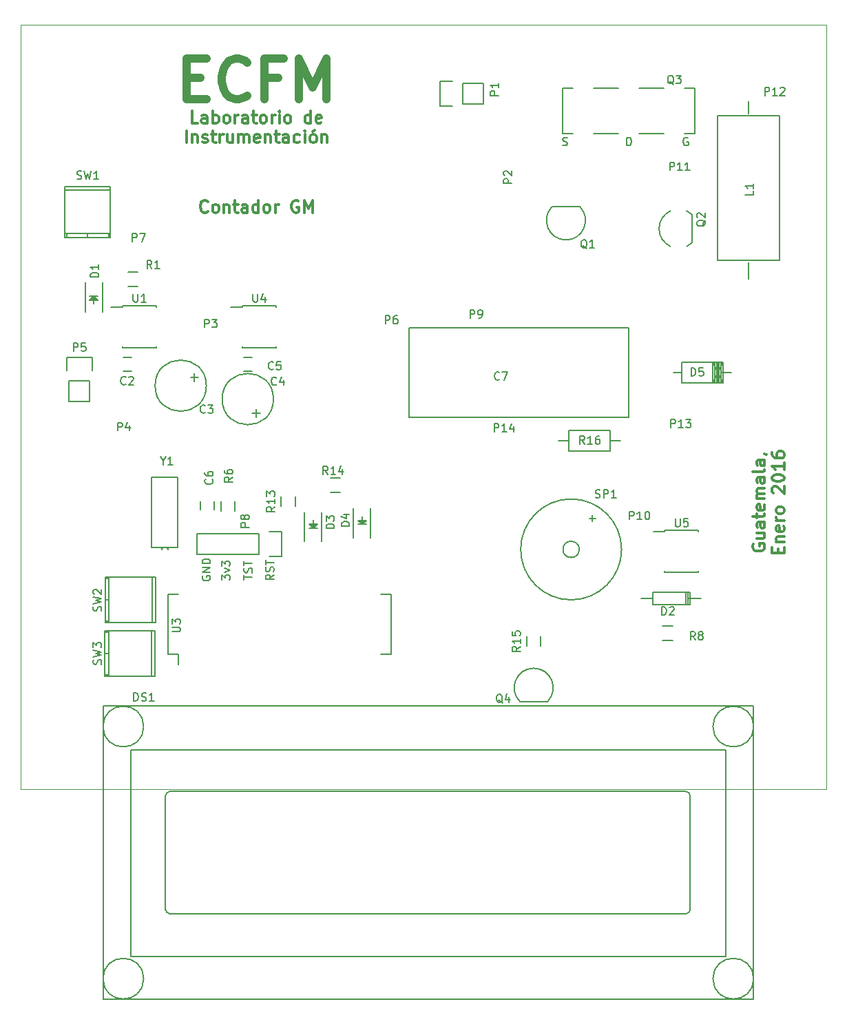
<source format=gto>
%TF.GenerationSoftware,KiCad,Pcbnew,4.0.0-rc2-stable*%
%TF.CreationDate,2016-01-15T11:30:49-06:00*%
%TF.ProjectId,GMCounter,474D436F756E7465722E6B696361645F,rev?*%
%TF.FileFunction,Legend,Top*%
%FSLAX46Y46*%
G04 Gerber Fmt 4.6, Leading zero omitted, Abs format (unit mm)*
G04 Created by KiCad (PCBNEW 4.0.0-rc2-stable) date 15/01/2016 11:30:49*
%MOMM*%
G01*
G04 APERTURE LIST*
%ADD10C,0.100000*%
%ADD11C,0.300000*%
%ADD12C,1.000000*%
%ADD13C,0.200000*%
%ADD14C,0.150000*%
G04 APERTURE END LIST*
D10*
D11*
X76804000Y-65813714D02*
X76732571Y-65885143D01*
X76518285Y-65956571D01*
X76375428Y-65956571D01*
X76161143Y-65885143D01*
X76018285Y-65742286D01*
X75946857Y-65599429D01*
X75875428Y-65313714D01*
X75875428Y-65099429D01*
X75946857Y-64813714D01*
X76018285Y-64670857D01*
X76161143Y-64528000D01*
X76375428Y-64456571D01*
X76518285Y-64456571D01*
X76732571Y-64528000D01*
X76804000Y-64599429D01*
X77661143Y-65956571D02*
X77518285Y-65885143D01*
X77446857Y-65813714D01*
X77375428Y-65670857D01*
X77375428Y-65242286D01*
X77446857Y-65099429D01*
X77518285Y-65028000D01*
X77661143Y-64956571D01*
X77875428Y-64956571D01*
X78018285Y-65028000D01*
X78089714Y-65099429D01*
X78161143Y-65242286D01*
X78161143Y-65670857D01*
X78089714Y-65813714D01*
X78018285Y-65885143D01*
X77875428Y-65956571D01*
X77661143Y-65956571D01*
X78804000Y-64956571D02*
X78804000Y-65956571D01*
X78804000Y-65099429D02*
X78875428Y-65028000D01*
X79018286Y-64956571D01*
X79232571Y-64956571D01*
X79375428Y-65028000D01*
X79446857Y-65170857D01*
X79446857Y-65956571D01*
X79946857Y-64956571D02*
X80518286Y-64956571D01*
X80161143Y-64456571D02*
X80161143Y-65742286D01*
X80232571Y-65885143D01*
X80375429Y-65956571D01*
X80518286Y-65956571D01*
X81661143Y-65956571D02*
X81661143Y-65170857D01*
X81589714Y-65028000D01*
X81446857Y-64956571D01*
X81161143Y-64956571D01*
X81018286Y-65028000D01*
X81661143Y-65885143D02*
X81518286Y-65956571D01*
X81161143Y-65956571D01*
X81018286Y-65885143D01*
X80946857Y-65742286D01*
X80946857Y-65599429D01*
X81018286Y-65456571D01*
X81161143Y-65385143D01*
X81518286Y-65385143D01*
X81661143Y-65313714D01*
X83018286Y-65956571D02*
X83018286Y-64456571D01*
X83018286Y-65885143D02*
X82875429Y-65956571D01*
X82589715Y-65956571D01*
X82446857Y-65885143D01*
X82375429Y-65813714D01*
X82304000Y-65670857D01*
X82304000Y-65242286D01*
X82375429Y-65099429D01*
X82446857Y-65028000D01*
X82589715Y-64956571D01*
X82875429Y-64956571D01*
X83018286Y-65028000D01*
X83946858Y-65956571D02*
X83804000Y-65885143D01*
X83732572Y-65813714D01*
X83661143Y-65670857D01*
X83661143Y-65242286D01*
X83732572Y-65099429D01*
X83804000Y-65028000D01*
X83946858Y-64956571D01*
X84161143Y-64956571D01*
X84304000Y-65028000D01*
X84375429Y-65099429D01*
X84446858Y-65242286D01*
X84446858Y-65670857D01*
X84375429Y-65813714D01*
X84304000Y-65885143D01*
X84161143Y-65956571D01*
X83946858Y-65956571D01*
X85089715Y-65956571D02*
X85089715Y-64956571D01*
X85089715Y-65242286D02*
X85161143Y-65099429D01*
X85232572Y-65028000D01*
X85375429Y-64956571D01*
X85518286Y-64956571D01*
X87946857Y-64528000D02*
X87804000Y-64456571D01*
X87589714Y-64456571D01*
X87375429Y-64528000D01*
X87232571Y-64670857D01*
X87161143Y-64813714D01*
X87089714Y-65099429D01*
X87089714Y-65313714D01*
X87161143Y-65599429D01*
X87232571Y-65742286D01*
X87375429Y-65885143D01*
X87589714Y-65956571D01*
X87732571Y-65956571D01*
X87946857Y-65885143D01*
X88018286Y-65813714D01*
X88018286Y-65313714D01*
X87732571Y-65313714D01*
X88661143Y-65956571D02*
X88661143Y-64456571D01*
X89161143Y-65528000D01*
X89661143Y-64456571D01*
X89661143Y-65956571D01*
X143846000Y-106742857D02*
X143774571Y-106885714D01*
X143774571Y-107100000D01*
X143846000Y-107314285D01*
X143988857Y-107457143D01*
X144131714Y-107528571D01*
X144417429Y-107600000D01*
X144631714Y-107600000D01*
X144917429Y-107528571D01*
X145060286Y-107457143D01*
X145203143Y-107314285D01*
X145274571Y-107100000D01*
X145274571Y-106957143D01*
X145203143Y-106742857D01*
X145131714Y-106671428D01*
X144631714Y-106671428D01*
X144631714Y-106957143D01*
X144274571Y-105385714D02*
X145274571Y-105385714D01*
X144274571Y-106028571D02*
X145060286Y-106028571D01*
X145203143Y-105957143D01*
X145274571Y-105814285D01*
X145274571Y-105600000D01*
X145203143Y-105457143D01*
X145131714Y-105385714D01*
X145274571Y-104028571D02*
X144488857Y-104028571D01*
X144346000Y-104100000D01*
X144274571Y-104242857D01*
X144274571Y-104528571D01*
X144346000Y-104671428D01*
X145203143Y-104028571D02*
X145274571Y-104171428D01*
X145274571Y-104528571D01*
X145203143Y-104671428D01*
X145060286Y-104742857D01*
X144917429Y-104742857D01*
X144774571Y-104671428D01*
X144703143Y-104528571D01*
X144703143Y-104171428D01*
X144631714Y-104028571D01*
X144274571Y-103528571D02*
X144274571Y-102957142D01*
X143774571Y-103314285D02*
X145060286Y-103314285D01*
X145203143Y-103242857D01*
X145274571Y-103099999D01*
X145274571Y-102957142D01*
X145203143Y-101885714D02*
X145274571Y-102028571D01*
X145274571Y-102314285D01*
X145203143Y-102457142D01*
X145060286Y-102528571D01*
X144488857Y-102528571D01*
X144346000Y-102457142D01*
X144274571Y-102314285D01*
X144274571Y-102028571D01*
X144346000Y-101885714D01*
X144488857Y-101814285D01*
X144631714Y-101814285D01*
X144774571Y-102528571D01*
X145274571Y-101171428D02*
X144274571Y-101171428D01*
X144417429Y-101171428D02*
X144346000Y-101100000D01*
X144274571Y-100957142D01*
X144274571Y-100742857D01*
X144346000Y-100600000D01*
X144488857Y-100528571D01*
X145274571Y-100528571D01*
X144488857Y-100528571D02*
X144346000Y-100457142D01*
X144274571Y-100314285D01*
X144274571Y-100100000D01*
X144346000Y-99957142D01*
X144488857Y-99885714D01*
X145274571Y-99885714D01*
X145274571Y-98528571D02*
X144488857Y-98528571D01*
X144346000Y-98600000D01*
X144274571Y-98742857D01*
X144274571Y-99028571D01*
X144346000Y-99171428D01*
X145203143Y-98528571D02*
X145274571Y-98671428D01*
X145274571Y-99028571D01*
X145203143Y-99171428D01*
X145060286Y-99242857D01*
X144917429Y-99242857D01*
X144774571Y-99171428D01*
X144703143Y-99028571D01*
X144703143Y-98671428D01*
X144631714Y-98528571D01*
X145274571Y-97599999D02*
X145203143Y-97742857D01*
X145060286Y-97814285D01*
X143774571Y-97814285D01*
X145274571Y-96385714D02*
X144488857Y-96385714D01*
X144346000Y-96457143D01*
X144274571Y-96600000D01*
X144274571Y-96885714D01*
X144346000Y-97028571D01*
X145203143Y-96385714D02*
X145274571Y-96528571D01*
X145274571Y-96885714D01*
X145203143Y-97028571D01*
X145060286Y-97100000D01*
X144917429Y-97100000D01*
X144774571Y-97028571D01*
X144703143Y-96885714D01*
X144703143Y-96528571D01*
X144631714Y-96385714D01*
X145203143Y-95600000D02*
X145274571Y-95600000D01*
X145417429Y-95671428D01*
X145488857Y-95742857D01*
X146888857Y-107814284D02*
X146888857Y-107314284D01*
X147674571Y-107099998D02*
X147674571Y-107814284D01*
X146174571Y-107814284D01*
X146174571Y-107099998D01*
X146674571Y-106457141D02*
X147674571Y-106457141D01*
X146817429Y-106457141D02*
X146746000Y-106385713D01*
X146674571Y-106242855D01*
X146674571Y-106028570D01*
X146746000Y-105885713D01*
X146888857Y-105814284D01*
X147674571Y-105814284D01*
X147603143Y-104528570D02*
X147674571Y-104671427D01*
X147674571Y-104957141D01*
X147603143Y-105099998D01*
X147460286Y-105171427D01*
X146888857Y-105171427D01*
X146746000Y-105099998D01*
X146674571Y-104957141D01*
X146674571Y-104671427D01*
X146746000Y-104528570D01*
X146888857Y-104457141D01*
X147031714Y-104457141D01*
X147174571Y-105171427D01*
X147674571Y-103814284D02*
X146674571Y-103814284D01*
X146960286Y-103814284D02*
X146817429Y-103742856D01*
X146746000Y-103671427D01*
X146674571Y-103528570D01*
X146674571Y-103385713D01*
X147674571Y-102671427D02*
X147603143Y-102814285D01*
X147531714Y-102885713D01*
X147388857Y-102957142D01*
X146960286Y-102957142D01*
X146817429Y-102885713D01*
X146746000Y-102814285D01*
X146674571Y-102671427D01*
X146674571Y-102457142D01*
X146746000Y-102314285D01*
X146817429Y-102242856D01*
X146960286Y-102171427D01*
X147388857Y-102171427D01*
X147531714Y-102242856D01*
X147603143Y-102314285D01*
X147674571Y-102457142D01*
X147674571Y-102671427D01*
X146317429Y-100457142D02*
X146246000Y-100385713D01*
X146174571Y-100242856D01*
X146174571Y-99885713D01*
X146246000Y-99742856D01*
X146317429Y-99671427D01*
X146460286Y-99599999D01*
X146603143Y-99599999D01*
X146817429Y-99671427D01*
X147674571Y-100528570D01*
X147674571Y-99599999D01*
X146174571Y-98671428D02*
X146174571Y-98528571D01*
X146246000Y-98385714D01*
X146317429Y-98314285D01*
X146460286Y-98242856D01*
X146746000Y-98171428D01*
X147103143Y-98171428D01*
X147388857Y-98242856D01*
X147531714Y-98314285D01*
X147603143Y-98385714D01*
X147674571Y-98528571D01*
X147674571Y-98671428D01*
X147603143Y-98814285D01*
X147531714Y-98885714D01*
X147388857Y-98957142D01*
X147103143Y-99028571D01*
X146746000Y-99028571D01*
X146460286Y-98957142D01*
X146317429Y-98885714D01*
X146246000Y-98814285D01*
X146174571Y-98671428D01*
X147674571Y-96742857D02*
X147674571Y-97600000D01*
X147674571Y-97171428D02*
X146174571Y-97171428D01*
X146388857Y-97314285D01*
X146531714Y-97457143D01*
X146603143Y-97600000D01*
X146174571Y-95457143D02*
X146174571Y-95742857D01*
X146246000Y-95885714D01*
X146317429Y-95957143D01*
X146531714Y-96100000D01*
X146817429Y-96171429D01*
X147388857Y-96171429D01*
X147531714Y-96100000D01*
X147603143Y-96028572D01*
X147674571Y-95885714D01*
X147674571Y-95600000D01*
X147603143Y-95457143D01*
X147531714Y-95385714D01*
X147388857Y-95314286D01*
X147031714Y-95314286D01*
X146888857Y-95385714D01*
X146817429Y-95457143D01*
X146746000Y-95600000D01*
X146746000Y-95885714D01*
X146817429Y-96028572D01*
X146888857Y-96100000D01*
X147031714Y-96171429D01*
X75589715Y-54977571D02*
X74875429Y-54977571D01*
X74875429Y-53477571D01*
X76732572Y-54977571D02*
X76732572Y-54191857D01*
X76661143Y-54049000D01*
X76518286Y-53977571D01*
X76232572Y-53977571D01*
X76089715Y-54049000D01*
X76732572Y-54906143D02*
X76589715Y-54977571D01*
X76232572Y-54977571D01*
X76089715Y-54906143D01*
X76018286Y-54763286D01*
X76018286Y-54620429D01*
X76089715Y-54477571D01*
X76232572Y-54406143D01*
X76589715Y-54406143D01*
X76732572Y-54334714D01*
X77446858Y-54977571D02*
X77446858Y-53477571D01*
X77446858Y-54049000D02*
X77589715Y-53977571D01*
X77875429Y-53977571D01*
X78018286Y-54049000D01*
X78089715Y-54120429D01*
X78161144Y-54263286D01*
X78161144Y-54691857D01*
X78089715Y-54834714D01*
X78018286Y-54906143D01*
X77875429Y-54977571D01*
X77589715Y-54977571D01*
X77446858Y-54906143D01*
X79018287Y-54977571D02*
X78875429Y-54906143D01*
X78804001Y-54834714D01*
X78732572Y-54691857D01*
X78732572Y-54263286D01*
X78804001Y-54120429D01*
X78875429Y-54049000D01*
X79018287Y-53977571D01*
X79232572Y-53977571D01*
X79375429Y-54049000D01*
X79446858Y-54120429D01*
X79518287Y-54263286D01*
X79518287Y-54691857D01*
X79446858Y-54834714D01*
X79375429Y-54906143D01*
X79232572Y-54977571D01*
X79018287Y-54977571D01*
X80161144Y-54977571D02*
X80161144Y-53977571D01*
X80161144Y-54263286D02*
X80232572Y-54120429D01*
X80304001Y-54049000D01*
X80446858Y-53977571D01*
X80589715Y-53977571D01*
X81732572Y-54977571D02*
X81732572Y-54191857D01*
X81661143Y-54049000D01*
X81518286Y-53977571D01*
X81232572Y-53977571D01*
X81089715Y-54049000D01*
X81732572Y-54906143D02*
X81589715Y-54977571D01*
X81232572Y-54977571D01*
X81089715Y-54906143D01*
X81018286Y-54763286D01*
X81018286Y-54620429D01*
X81089715Y-54477571D01*
X81232572Y-54406143D01*
X81589715Y-54406143D01*
X81732572Y-54334714D01*
X82232572Y-53977571D02*
X82804001Y-53977571D01*
X82446858Y-53477571D02*
X82446858Y-54763286D01*
X82518286Y-54906143D01*
X82661144Y-54977571D01*
X82804001Y-54977571D01*
X83518287Y-54977571D02*
X83375429Y-54906143D01*
X83304001Y-54834714D01*
X83232572Y-54691857D01*
X83232572Y-54263286D01*
X83304001Y-54120429D01*
X83375429Y-54049000D01*
X83518287Y-53977571D01*
X83732572Y-53977571D01*
X83875429Y-54049000D01*
X83946858Y-54120429D01*
X84018287Y-54263286D01*
X84018287Y-54691857D01*
X83946858Y-54834714D01*
X83875429Y-54906143D01*
X83732572Y-54977571D01*
X83518287Y-54977571D01*
X84661144Y-54977571D02*
X84661144Y-53977571D01*
X84661144Y-54263286D02*
X84732572Y-54120429D01*
X84804001Y-54049000D01*
X84946858Y-53977571D01*
X85089715Y-53977571D01*
X85589715Y-54977571D02*
X85589715Y-53977571D01*
X85589715Y-53477571D02*
X85518286Y-53549000D01*
X85589715Y-53620429D01*
X85661143Y-53549000D01*
X85589715Y-53477571D01*
X85589715Y-53620429D01*
X86518287Y-54977571D02*
X86375429Y-54906143D01*
X86304001Y-54834714D01*
X86232572Y-54691857D01*
X86232572Y-54263286D01*
X86304001Y-54120429D01*
X86375429Y-54049000D01*
X86518287Y-53977571D01*
X86732572Y-53977571D01*
X86875429Y-54049000D01*
X86946858Y-54120429D01*
X87018287Y-54263286D01*
X87018287Y-54691857D01*
X86946858Y-54834714D01*
X86875429Y-54906143D01*
X86732572Y-54977571D01*
X86518287Y-54977571D01*
X89446858Y-54977571D02*
X89446858Y-53477571D01*
X89446858Y-54906143D02*
X89304001Y-54977571D01*
X89018287Y-54977571D01*
X88875429Y-54906143D01*
X88804001Y-54834714D01*
X88732572Y-54691857D01*
X88732572Y-54263286D01*
X88804001Y-54120429D01*
X88875429Y-54049000D01*
X89018287Y-53977571D01*
X89304001Y-53977571D01*
X89446858Y-54049000D01*
X90732572Y-54906143D02*
X90589715Y-54977571D01*
X90304001Y-54977571D01*
X90161144Y-54906143D01*
X90089715Y-54763286D01*
X90089715Y-54191857D01*
X90161144Y-54049000D01*
X90304001Y-53977571D01*
X90589715Y-53977571D01*
X90732572Y-54049000D01*
X90804001Y-54191857D01*
X90804001Y-54334714D01*
X90089715Y-54477571D01*
X74161143Y-57377571D02*
X74161143Y-55877571D01*
X74875429Y-56377571D02*
X74875429Y-57377571D01*
X74875429Y-56520429D02*
X74946857Y-56449000D01*
X75089715Y-56377571D01*
X75304000Y-56377571D01*
X75446857Y-56449000D01*
X75518286Y-56591857D01*
X75518286Y-57377571D01*
X76161143Y-57306143D02*
X76304000Y-57377571D01*
X76589715Y-57377571D01*
X76732572Y-57306143D01*
X76804000Y-57163286D01*
X76804000Y-57091857D01*
X76732572Y-56949000D01*
X76589715Y-56877571D01*
X76375429Y-56877571D01*
X76232572Y-56806143D01*
X76161143Y-56663286D01*
X76161143Y-56591857D01*
X76232572Y-56449000D01*
X76375429Y-56377571D01*
X76589715Y-56377571D01*
X76732572Y-56449000D01*
X77232572Y-56377571D02*
X77804001Y-56377571D01*
X77446858Y-55877571D02*
X77446858Y-57163286D01*
X77518286Y-57306143D01*
X77661144Y-57377571D01*
X77804001Y-57377571D01*
X78304001Y-57377571D02*
X78304001Y-56377571D01*
X78304001Y-56663286D02*
X78375429Y-56520429D01*
X78446858Y-56449000D01*
X78589715Y-56377571D01*
X78732572Y-56377571D01*
X79875429Y-56377571D02*
X79875429Y-57377571D01*
X79232572Y-56377571D02*
X79232572Y-57163286D01*
X79304000Y-57306143D01*
X79446858Y-57377571D01*
X79661143Y-57377571D01*
X79804000Y-57306143D01*
X79875429Y-57234714D01*
X80589715Y-57377571D02*
X80589715Y-56377571D01*
X80589715Y-56520429D02*
X80661143Y-56449000D01*
X80804001Y-56377571D01*
X81018286Y-56377571D01*
X81161143Y-56449000D01*
X81232572Y-56591857D01*
X81232572Y-57377571D01*
X81232572Y-56591857D02*
X81304001Y-56449000D01*
X81446858Y-56377571D01*
X81661143Y-56377571D01*
X81804001Y-56449000D01*
X81875429Y-56591857D01*
X81875429Y-57377571D01*
X83161143Y-57306143D02*
X83018286Y-57377571D01*
X82732572Y-57377571D01*
X82589715Y-57306143D01*
X82518286Y-57163286D01*
X82518286Y-56591857D01*
X82589715Y-56449000D01*
X82732572Y-56377571D01*
X83018286Y-56377571D01*
X83161143Y-56449000D01*
X83232572Y-56591857D01*
X83232572Y-56734714D01*
X82518286Y-56877571D01*
X83875429Y-56377571D02*
X83875429Y-57377571D01*
X83875429Y-56520429D02*
X83946857Y-56449000D01*
X84089715Y-56377571D01*
X84304000Y-56377571D01*
X84446857Y-56449000D01*
X84518286Y-56591857D01*
X84518286Y-57377571D01*
X85018286Y-56377571D02*
X85589715Y-56377571D01*
X85232572Y-55877571D02*
X85232572Y-57163286D01*
X85304000Y-57306143D01*
X85446858Y-57377571D01*
X85589715Y-57377571D01*
X86732572Y-57377571D02*
X86732572Y-56591857D01*
X86661143Y-56449000D01*
X86518286Y-56377571D01*
X86232572Y-56377571D01*
X86089715Y-56449000D01*
X86732572Y-57306143D02*
X86589715Y-57377571D01*
X86232572Y-57377571D01*
X86089715Y-57306143D01*
X86018286Y-57163286D01*
X86018286Y-57020429D01*
X86089715Y-56877571D01*
X86232572Y-56806143D01*
X86589715Y-56806143D01*
X86732572Y-56734714D01*
X88089715Y-57306143D02*
X87946858Y-57377571D01*
X87661144Y-57377571D01*
X87518286Y-57306143D01*
X87446858Y-57234714D01*
X87375429Y-57091857D01*
X87375429Y-56663286D01*
X87446858Y-56520429D01*
X87518286Y-56449000D01*
X87661144Y-56377571D01*
X87946858Y-56377571D01*
X88089715Y-56449000D01*
X88732572Y-57377571D02*
X88732572Y-56377571D01*
X88732572Y-55877571D02*
X88661143Y-55949000D01*
X88732572Y-56020429D01*
X88804000Y-55949000D01*
X88732572Y-55877571D01*
X88732572Y-56020429D01*
X89661144Y-57377571D02*
X89518286Y-57306143D01*
X89446858Y-57234714D01*
X89375429Y-57091857D01*
X89375429Y-56663286D01*
X89446858Y-56520429D01*
X89518286Y-56449000D01*
X89661144Y-56377571D01*
X89875429Y-56377571D01*
X90018286Y-56449000D01*
X90089715Y-56520429D01*
X90161144Y-56663286D01*
X90161144Y-57091857D01*
X90089715Y-57234714D01*
X90018286Y-57306143D01*
X89875429Y-57377571D01*
X89661144Y-57377571D01*
X89946858Y-55806143D02*
X89732572Y-56020429D01*
X90804001Y-56377571D02*
X90804001Y-57377571D01*
X90804001Y-56520429D02*
X90875429Y-56449000D01*
X91018287Y-56377571D01*
X91232572Y-56377571D01*
X91375429Y-56449000D01*
X91446858Y-56591857D01*
X91446858Y-57377571D01*
D12*
X74232571Y-49426857D02*
X75899238Y-49426857D01*
X76613524Y-52045905D02*
X74232571Y-52045905D01*
X74232571Y-47045905D01*
X76613524Y-47045905D01*
X81613524Y-51569714D02*
X81375429Y-51807810D01*
X80661143Y-52045905D01*
X80184953Y-52045905D01*
X79470667Y-51807810D01*
X78994476Y-51331619D01*
X78756381Y-50855429D01*
X78518286Y-49903048D01*
X78518286Y-49188762D01*
X78756381Y-48236381D01*
X78994476Y-47760190D01*
X79470667Y-47284000D01*
X80184953Y-47045905D01*
X80661143Y-47045905D01*
X81375429Y-47284000D01*
X81613524Y-47522095D01*
X85423048Y-49426857D02*
X83756381Y-49426857D01*
X83756381Y-52045905D02*
X83756381Y-47045905D01*
X86137334Y-47045905D01*
X88042095Y-52045905D02*
X88042095Y-47045905D01*
X89708762Y-50617333D01*
X91375429Y-47045905D01*
X91375429Y-52045905D01*
D13*
X76167598Y-110646886D02*
X76119979Y-110742124D01*
X76119979Y-110884981D01*
X76167598Y-111027839D01*
X76262836Y-111123077D01*
X76358074Y-111170696D01*
X76548550Y-111218315D01*
X76691408Y-111218315D01*
X76881884Y-111170696D01*
X76977122Y-111123077D01*
X77072360Y-111027839D01*
X77119979Y-110884981D01*
X77119979Y-110789743D01*
X77072360Y-110646886D01*
X77024741Y-110599267D01*
X76691408Y-110599267D01*
X76691408Y-110789743D01*
X77119979Y-110170696D02*
X76119979Y-110170696D01*
X77119979Y-109599267D01*
X76119979Y-109599267D01*
X77119979Y-109123077D02*
X76119979Y-109123077D01*
X76119979Y-108884982D01*
X76167598Y-108742124D01*
X76262836Y-108646886D01*
X76358074Y-108599267D01*
X76548550Y-108551648D01*
X76691408Y-108551648D01*
X76881884Y-108599267D01*
X76977122Y-108646886D01*
X77072360Y-108742124D01*
X77119979Y-108884982D01*
X77119979Y-109123077D01*
X78532979Y-111138958D02*
X78532979Y-110519910D01*
X78913931Y-110853244D01*
X78913931Y-110710386D01*
X78961550Y-110615148D01*
X79009169Y-110567529D01*
X79104408Y-110519910D01*
X79342503Y-110519910D01*
X79437741Y-110567529D01*
X79485360Y-110615148D01*
X79532979Y-110710386D01*
X79532979Y-110996101D01*
X79485360Y-111091339D01*
X79437741Y-111138958D01*
X78866312Y-110186577D02*
X79532979Y-109948482D01*
X78866312Y-109710386D01*
X78532979Y-109424672D02*
X78532979Y-108805624D01*
X78913931Y-109138958D01*
X78913931Y-108996100D01*
X78961550Y-108900862D01*
X79009169Y-108853243D01*
X79104408Y-108805624D01*
X79342503Y-108805624D01*
X79437741Y-108853243D01*
X79485360Y-108900862D01*
X79532979Y-108996100D01*
X79532979Y-109281815D01*
X79485360Y-109377053D01*
X79437741Y-109424672D01*
X81263479Y-111091339D02*
X81263479Y-110519910D01*
X82263479Y-110805625D02*
X81263479Y-110805625D01*
X82215860Y-110234196D02*
X82263479Y-110091339D01*
X82263479Y-109853243D01*
X82215860Y-109758005D01*
X82168241Y-109710386D01*
X82073003Y-109662767D01*
X81977765Y-109662767D01*
X81882527Y-109710386D01*
X81834908Y-109758005D01*
X81787288Y-109853243D01*
X81739669Y-110043720D01*
X81692050Y-110138958D01*
X81644431Y-110186577D01*
X81549193Y-110234196D01*
X81453955Y-110234196D01*
X81358717Y-110186577D01*
X81311098Y-110138958D01*
X81263479Y-110043720D01*
X81263479Y-109805624D01*
X81311098Y-109662767D01*
X81263479Y-109377053D02*
X81263479Y-108805624D01*
X82263479Y-109091339D02*
X81263479Y-109091339D01*
X84930479Y-110496101D02*
X84454288Y-110829435D01*
X84930479Y-111067530D02*
X83930479Y-111067530D01*
X83930479Y-110686577D01*
X83978098Y-110591339D01*
X84025717Y-110543720D01*
X84120955Y-110496101D01*
X84263812Y-110496101D01*
X84359050Y-110543720D01*
X84406669Y-110591339D01*
X84454288Y-110686577D01*
X84454288Y-111067530D01*
X84882860Y-110115149D02*
X84930479Y-109972292D01*
X84930479Y-109734196D01*
X84882860Y-109638958D01*
X84835241Y-109591339D01*
X84740003Y-109543720D01*
X84644765Y-109543720D01*
X84549527Y-109591339D01*
X84501908Y-109638958D01*
X84454288Y-109734196D01*
X84406669Y-109924673D01*
X84359050Y-110019911D01*
X84311431Y-110067530D01*
X84216193Y-110115149D01*
X84120955Y-110115149D01*
X84025717Y-110067530D01*
X83978098Y-110019911D01*
X83930479Y-109924673D01*
X83930479Y-109686577D01*
X83978098Y-109543720D01*
X83930479Y-109258006D02*
X83930479Y-108686577D01*
X84930479Y-108972292D02*
X83930479Y-108972292D01*
X120427786Y-57681762D02*
X120570643Y-57729381D01*
X120808739Y-57729381D01*
X120903977Y-57681762D01*
X120951596Y-57634143D01*
X120999215Y-57538905D01*
X120999215Y-57443667D01*
X120951596Y-57348429D01*
X120903977Y-57300810D01*
X120808739Y-57253190D01*
X120618262Y-57205571D01*
X120523024Y-57157952D01*
X120475405Y-57110333D01*
X120427786Y-57015095D01*
X120427786Y-56919857D01*
X120475405Y-56824619D01*
X120523024Y-56777000D01*
X120618262Y-56729381D01*
X120856358Y-56729381D01*
X120999215Y-56777000D01*
X128325595Y-57729381D02*
X128325595Y-56729381D01*
X128563690Y-56729381D01*
X128706548Y-56777000D01*
X128801786Y-56872238D01*
X128849405Y-56967476D01*
X128897024Y-57157952D01*
X128897024Y-57300810D01*
X128849405Y-57491286D01*
X128801786Y-57586524D01*
X128706548Y-57681762D01*
X128563690Y-57729381D01*
X128325595Y-57729381D01*
X135834405Y-56777000D02*
X135739167Y-56729381D01*
X135596310Y-56729381D01*
X135453452Y-56777000D01*
X135358214Y-56872238D01*
X135310595Y-56967476D01*
X135262976Y-57157952D01*
X135262976Y-57300810D01*
X135310595Y-57491286D01*
X135358214Y-57586524D01*
X135453452Y-57681762D01*
X135596310Y-57729381D01*
X135691548Y-57729381D01*
X135834405Y-57681762D01*
X135882024Y-57634143D01*
X135882024Y-57300810D01*
X135691548Y-57300810D01*
D10*
X152844500Y-42862500D02*
X152844500Y-136842500D01*
X53784500Y-42862500D02*
X152844500Y-42862500D01*
X53784500Y-136842500D02*
X53784500Y-42862500D01*
X152844500Y-136842500D02*
X53784500Y-136842500D01*
D14*
X75669140Y-86248240D02*
X74668380Y-86248240D01*
X75168760Y-85747860D02*
X75168760Y-86748620D01*
X76619100Y-87249000D02*
G75*
G03X76619100Y-87249000I-3149600J0D01*
G01*
X82725260Y-91099640D02*
X82725260Y-90098880D01*
X83225640Y-90599260D02*
X82224880Y-90599260D01*
X84874100Y-88900000D02*
G75*
G03X84874100Y-88900000I-3149600J0D01*
G01*
X128547500Y-91098000D02*
X101547500Y-91098000D01*
X101547500Y-91098000D02*
X101547500Y-80098000D01*
X101547500Y-80098000D02*
X128547500Y-80098000D01*
X128547500Y-80098000D02*
X128547500Y-91098000D01*
X61751500Y-74558000D02*
X61751500Y-78158000D01*
X63851500Y-74558000D02*
X63851500Y-78158000D01*
X63101500Y-76608000D02*
X62501500Y-76608000D01*
X62501500Y-76608000D02*
X62801500Y-76308000D01*
X62801500Y-76308000D02*
X63001500Y-76508000D01*
X63001500Y-76508000D02*
X62751500Y-76508000D01*
X62751500Y-76508000D02*
X62801500Y-76458000D01*
X63301500Y-76208000D02*
X62301500Y-76208000D01*
X62801500Y-76708000D02*
X62801500Y-77208000D01*
X62801500Y-76208000D02*
X63301500Y-76708000D01*
X63301500Y-76708000D02*
X62301500Y-76708000D01*
X62301500Y-76708000D02*
X62801500Y-76208000D01*
X131508500Y-113411000D02*
X130111500Y-113411000D01*
X135953500Y-113411000D02*
X137477500Y-113411000D01*
X135572500Y-114173000D02*
X135572500Y-112649000D01*
X135826500Y-114173000D02*
X135826500Y-112649000D01*
X136080500Y-113411000D02*
X136080500Y-112649000D01*
X136080500Y-112649000D02*
X131508500Y-112649000D01*
X131508500Y-112649000D02*
X131508500Y-114173000D01*
X131508500Y-114173000D02*
X136080500Y-114173000D01*
X136080500Y-114173000D02*
X136080500Y-113411000D01*
X90798598Y-106406342D02*
X90798598Y-102806342D01*
X88698598Y-106406342D02*
X88698598Y-102806342D01*
X89448598Y-104356342D02*
X90048598Y-104356342D01*
X90048598Y-104356342D02*
X89748598Y-104656342D01*
X89748598Y-104656342D02*
X89548598Y-104456342D01*
X89548598Y-104456342D02*
X89798598Y-104456342D01*
X89798598Y-104456342D02*
X89748598Y-104506342D01*
X89248598Y-104756342D02*
X90248598Y-104756342D01*
X89748598Y-104256342D02*
X89748598Y-103756342D01*
X89748598Y-104756342D02*
X89248598Y-104256342D01*
X89248598Y-104256342D02*
X90248598Y-104256342D01*
X90248598Y-104256342D02*
X89748598Y-104756342D01*
X96808000Y-105949640D02*
X96808000Y-102349640D01*
X94708000Y-105949640D02*
X94708000Y-102349640D01*
X95458000Y-103899640D02*
X96058000Y-103899640D01*
X96058000Y-103899640D02*
X95758000Y-104199640D01*
X95758000Y-104199640D02*
X95558000Y-103999640D01*
X95558000Y-103999640D02*
X95808000Y-103999640D01*
X95808000Y-103999640D02*
X95758000Y-104049640D01*
X95258000Y-104299640D02*
X96258000Y-104299640D01*
X95758000Y-103799640D02*
X95758000Y-103299640D01*
X95758000Y-104299640D02*
X95258000Y-103799640D01*
X95258000Y-103799640D02*
X96258000Y-103799640D01*
X96258000Y-103799640D02*
X95758000Y-104299640D01*
X135064500Y-85598000D02*
X134048500Y-85598000D01*
X139890500Y-85598000D02*
X141160500Y-85598000D01*
X139636500Y-86868000D02*
X139636500Y-84328000D01*
X139382500Y-86868000D02*
X139382500Y-84328000D01*
X139128500Y-86868000D02*
X139128500Y-84328000D01*
X139890500Y-86868000D02*
X139890500Y-84328000D01*
X138874500Y-86868000D02*
X140144500Y-84328000D01*
X140144500Y-86868000D02*
X138874500Y-84328000D01*
X138874500Y-86868000D02*
X138874500Y-84328000D01*
X139509500Y-86868000D02*
X139509500Y-84328000D01*
X140144500Y-84328000D02*
X140144500Y-86868000D01*
X140144500Y-86868000D02*
X135064500Y-86868000D01*
X135064500Y-86868000D02*
X135064500Y-84328000D01*
X135064500Y-84328000D02*
X140144500Y-84328000D01*
X72116746Y-137156404D02*
X135616746Y-137156404D01*
X71616366Y-151654724D02*
X71616366Y-137654244D01*
X135616746Y-152155104D02*
X72116746Y-152155104D01*
X136117126Y-137654244D02*
X136117126Y-151654724D01*
X136114586Y-137654244D02*
G75*
G03X135616746Y-137156404I-497840J0D01*
G01*
X135616746Y-152155104D02*
G75*
G03X136117126Y-151654724I0J500380D01*
G01*
X71616366Y-151654724D02*
G75*
G03X72116746Y-152155104I500380J0D01*
G01*
X72116746Y-137153864D02*
G75*
G03X71616366Y-137654244I0J-500380D01*
G01*
X67316146Y-132056084D02*
X140516406Y-132056084D01*
X140516406Y-132056084D02*
X140516406Y-157456084D01*
X140516406Y-157456084D02*
X67316146Y-157456084D01*
X67316146Y-157456084D02*
X67316146Y-132056084D01*
X143914926Y-129155404D02*
G75*
G03X143914926Y-129155404I-2499360J0D01*
G01*
X143914926Y-160156104D02*
G75*
G03X143914926Y-160156104I-2499360J0D01*
G01*
X68918886Y-160156104D02*
G75*
G03X68918886Y-160156104I-2501900J0D01*
G01*
X68916346Y-129155404D02*
G75*
G03X68916346Y-129155404I-2499360J0D01*
G01*
X63915086Y-126656044D02*
X143914926Y-126656044D01*
X143914926Y-126656044D02*
X143914926Y-162655464D01*
X143914926Y-162655464D02*
X63915086Y-162655464D01*
X63915086Y-162655464D02*
X63915086Y-126656044D01*
X143319500Y-72062340D02*
X143319500Y-74094340D01*
X143319500Y-53774340D02*
X143319500Y-52250340D01*
X139509500Y-71808340D02*
X147129500Y-71808340D01*
X147129500Y-71808340D02*
X147129500Y-54028340D01*
X147129500Y-54028340D02*
X139509500Y-54028340D01*
X139509500Y-54028340D02*
X139509500Y-71808340D01*
X108145990Y-50068058D02*
X110685990Y-50068058D01*
X105325990Y-49788058D02*
X106875990Y-49788058D01*
X108145990Y-50068058D02*
X108145990Y-52608058D01*
X106875990Y-52888058D02*
X105325990Y-52888058D01*
X105325990Y-52888058D02*
X105325990Y-49788058D01*
X108145990Y-52608058D02*
X110685990Y-52608058D01*
X110685990Y-52608058D02*
X110685990Y-50068058D01*
X62293500Y-86614000D02*
X62293500Y-89154000D01*
X62573500Y-83794000D02*
X62573500Y-85344000D01*
X62293500Y-86614000D02*
X59753500Y-86614000D01*
X59473500Y-85344000D02*
X59473500Y-83794000D01*
X59473500Y-83794000D02*
X62573500Y-83794000D01*
X59753500Y-86614000D02*
X59753500Y-89154000D01*
X59753500Y-89154000D02*
X62293500Y-89154000D01*
X83081098Y-105439982D02*
X75461098Y-105439982D01*
X83081098Y-107979982D02*
X75461098Y-107979982D01*
X85901098Y-108259982D02*
X84351098Y-108259982D01*
X75461098Y-105439982D02*
X75461098Y-107979982D01*
X83081098Y-107979982D02*
X83081098Y-105439982D01*
X84351098Y-105159982D02*
X85901098Y-105159982D01*
X85901098Y-105159982D02*
X85901098Y-108259982D01*
X122540500Y-65229000D02*
X119140500Y-65229000D01*
X122537556Y-65231944D02*
G75*
G02X120840500Y-69329000I-1697056J-1697056D01*
G01*
X119143444Y-65231944D02*
G75*
G03X120840500Y-69329000I1697056J-1697056D01*
G01*
X135680490Y-70132695D02*
G75*
G03X136383500Y-69645000I-996990J2187695D01*
G01*
X135680490Y-65757305D02*
G75*
G02X136383500Y-66245000I-996990J-2187695D01*
G01*
X136383500Y-69645000D02*
X136383500Y-66245000D01*
X133690373Y-70129879D02*
G75*
G02X132283500Y-67945000I993127J2184879D01*
G01*
X133690373Y-65760121D02*
G75*
G03X132283500Y-67945000I993127J-2184879D01*
G01*
X121729500Y-50673000D02*
X120459500Y-50673000D01*
X127317500Y-50673000D02*
X124269500Y-50673000D01*
X132905500Y-50673000D02*
X129857500Y-50673000D01*
X135445500Y-50673000D02*
X136715500Y-50673000D01*
X121729500Y-56261000D02*
X120459500Y-56261000D01*
X127317500Y-56261000D02*
X124269500Y-56261000D01*
X132905500Y-56261000D02*
X129857500Y-56261000D01*
X135445500Y-56261000D02*
X136715500Y-56261000D01*
X120459500Y-50673000D02*
X120459500Y-56261000D01*
X136715500Y-56261000D02*
X136715500Y-50673000D01*
X115174086Y-126092904D02*
X118574086Y-126092904D01*
X115177030Y-126089960D02*
G75*
G02X116874086Y-121992904I1697056J1697056D01*
G01*
X118571142Y-126089960D02*
G75*
G03X116874086Y-121992904I-1697056J1697056D01*
G01*
X67027500Y-73293000D02*
X68227500Y-73293000D01*
X68227500Y-75043000D02*
X67027500Y-75043000D01*
X78396098Y-102690982D02*
X78396098Y-101490982D01*
X80146098Y-101490982D02*
X80146098Y-102690982D01*
X133933500Y-118540500D02*
X132733500Y-118540500D01*
X132733500Y-116790500D02*
X133933500Y-116790500D01*
X87575598Y-100886482D02*
X87575598Y-102086482D01*
X85825598Y-102086482D02*
X85825598Y-100886482D01*
X91903000Y-98629500D02*
X93103000Y-98629500D01*
X93103000Y-100379500D02*
X91903000Y-100379500D01*
X117749086Y-118077904D02*
X117749086Y-119277904D01*
X115999086Y-119277904D02*
X115999086Y-118077904D01*
X126301500Y-95250000D02*
X121221500Y-95250000D01*
X121221500Y-95250000D02*
X121221500Y-92710000D01*
X121221500Y-92710000D02*
X126301500Y-92710000D01*
X126301500Y-92710000D02*
X126301500Y-95250000D01*
X126301500Y-93980000D02*
X127571500Y-93980000D01*
X121221500Y-93980000D02*
X119951500Y-93980000D01*
X122476260Y-107378500D02*
G75*
G03X122476260Y-107378500I-1000760J0D01*
G01*
X127675640Y-107378500D02*
G75*
G03X127675640Y-107378500I-6200140J0D01*
G01*
X64838580Y-68513960D02*
X59240420Y-68513960D01*
X59438540Y-69011800D02*
X59438540Y-68513960D01*
X64640460Y-68513960D02*
X64640460Y-69011800D01*
X62039500Y-69011800D02*
X62039500Y-68513960D01*
X59240420Y-63212980D02*
X64838580Y-63212980D01*
X59240420Y-69011800D02*
X64838580Y-69011800D01*
X64838580Y-69011800D02*
X64838580Y-62814200D01*
X64838580Y-62814200D02*
X59240420Y-62814200D01*
X59240420Y-62814200D02*
X59240420Y-69011800D01*
X64668638Y-116367062D02*
X64668638Y-110768902D01*
X64170798Y-110967022D02*
X64668638Y-110967022D01*
X64668638Y-116168942D02*
X64170798Y-116168942D01*
X64170798Y-113567982D02*
X64668638Y-113567982D01*
X69969618Y-110768902D02*
X69969618Y-116367062D01*
X64170798Y-110768902D02*
X64170798Y-116367062D01*
X64170798Y-116367062D02*
X70368398Y-116367062D01*
X70368398Y-116367062D02*
X70368398Y-110768902D01*
X70368398Y-110768902D02*
X64170798Y-110768902D01*
X64605138Y-122971062D02*
X64605138Y-117372902D01*
X64107298Y-117571022D02*
X64605138Y-117571022D01*
X64605138Y-122772942D02*
X64107298Y-122772942D01*
X64107298Y-120171982D02*
X64605138Y-120171982D01*
X69906118Y-117372902D02*
X69906118Y-122971062D01*
X64107298Y-117372902D02*
X64107298Y-122971062D01*
X64107298Y-122971062D02*
X70304898Y-122971062D01*
X70304898Y-122971062D02*
X70304898Y-117372902D01*
X70304898Y-117372902D02*
X64107298Y-117372902D01*
X66314500Y-77435000D02*
X66314500Y-77580000D01*
X70464500Y-77435000D02*
X70464500Y-77580000D01*
X70464500Y-82585000D02*
X70464500Y-82440000D01*
X66314500Y-82585000D02*
X66314500Y-82440000D01*
X66314500Y-77435000D02*
X70464500Y-77435000D01*
X66314500Y-82585000D02*
X70464500Y-82585000D01*
X66314500Y-77580000D02*
X64914500Y-77580000D01*
X71896098Y-120290982D02*
X73166098Y-120290982D01*
X71896098Y-112940982D02*
X73166098Y-112940982D01*
X99346098Y-112940982D02*
X98076098Y-112940982D01*
X99346098Y-120290982D02*
X98076098Y-120290982D01*
X71896098Y-120290982D02*
X71896098Y-112940982D01*
X99346098Y-120290982D02*
X99346098Y-112940982D01*
X73166098Y-120290982D02*
X73166098Y-121575982D01*
X81046500Y-77435000D02*
X81046500Y-77580000D01*
X85196500Y-77435000D02*
X85196500Y-77580000D01*
X85196500Y-82585000D02*
X85196500Y-82440000D01*
X81046500Y-82585000D02*
X81046500Y-82440000D01*
X81046500Y-77435000D02*
X85196500Y-77435000D01*
X81046500Y-82585000D02*
X85196500Y-82585000D01*
X81046500Y-77580000D02*
X79646500Y-77580000D01*
X132989500Y-105057500D02*
X132989500Y-105202500D01*
X137139500Y-105057500D02*
X137139500Y-105202500D01*
X137139500Y-110207500D02*
X137139500Y-110062500D01*
X132989500Y-110207500D02*
X132989500Y-110062500D01*
X132989500Y-105057500D02*
X137139500Y-105057500D01*
X132989500Y-110207500D02*
X137139500Y-110207500D01*
X132989500Y-105202500D02*
X131589500Y-105202500D01*
X73111598Y-107111302D02*
X73111598Y-98510862D01*
X73111598Y-98510862D02*
X69911198Y-98510862D01*
X69911198Y-98510862D02*
X69911198Y-107111302D01*
X70660498Y-107111302D02*
X69911198Y-107111302D01*
X72410558Y-107111302D02*
X73111598Y-107111302D01*
X71211678Y-107111302D02*
X71112618Y-107411022D01*
X71811118Y-107111302D02*
X71910178Y-107411022D01*
X72410558Y-107111302D02*
X70612238Y-107111302D01*
X66385500Y-85432000D02*
X67385500Y-85432000D01*
X67385500Y-83732000D02*
X66385500Y-83732000D01*
X81244500Y-85432000D02*
X82244500Y-85432000D01*
X82244500Y-83732000D02*
X81244500Y-83732000D01*
X77581098Y-102510982D02*
X77581098Y-101510982D01*
X75881098Y-101510982D02*
X75881098Y-102510982D01*
X67524405Y-69540381D02*
X67524405Y-68540381D01*
X67905358Y-68540381D01*
X68000596Y-68588000D01*
X68048215Y-68635619D01*
X68095834Y-68730857D01*
X68095834Y-68873714D01*
X68048215Y-68968952D01*
X68000596Y-69016571D01*
X67905358Y-69064190D01*
X67524405Y-69064190D01*
X68429167Y-68540381D02*
X69095834Y-68540381D01*
X68667262Y-69540381D01*
X76477834Y-90527143D02*
X76430215Y-90574762D01*
X76287358Y-90622381D01*
X76192120Y-90622381D01*
X76049262Y-90574762D01*
X75954024Y-90479524D01*
X75906405Y-90384286D01*
X75858786Y-90193810D01*
X75858786Y-90050952D01*
X75906405Y-89860476D01*
X75954024Y-89765238D01*
X76049262Y-89670000D01*
X76192120Y-89622381D01*
X76287358Y-89622381D01*
X76430215Y-89670000D01*
X76477834Y-89717619D01*
X76811167Y-89622381D02*
X77430215Y-89622381D01*
X77096881Y-90003333D01*
X77239739Y-90003333D01*
X77334977Y-90050952D01*
X77382596Y-90098571D01*
X77430215Y-90193810D01*
X77430215Y-90431905D01*
X77382596Y-90527143D01*
X77334977Y-90574762D01*
X77239739Y-90622381D01*
X76954024Y-90622381D01*
X76858786Y-90574762D01*
X76811167Y-90527143D01*
X85240834Y-87098143D02*
X85193215Y-87145762D01*
X85050358Y-87193381D01*
X84955120Y-87193381D01*
X84812262Y-87145762D01*
X84717024Y-87050524D01*
X84669405Y-86955286D01*
X84621786Y-86764810D01*
X84621786Y-86621952D01*
X84669405Y-86431476D01*
X84717024Y-86336238D01*
X84812262Y-86241000D01*
X84955120Y-86193381D01*
X85050358Y-86193381D01*
X85193215Y-86241000D01*
X85240834Y-86288619D01*
X86097977Y-86526714D02*
X86097977Y-87193381D01*
X85859881Y-86145762D02*
X85621786Y-86860048D01*
X86240834Y-86860048D01*
X112672834Y-86463143D02*
X112625215Y-86510762D01*
X112482358Y-86558381D01*
X112387120Y-86558381D01*
X112244262Y-86510762D01*
X112149024Y-86415524D01*
X112101405Y-86320286D01*
X112053786Y-86129810D01*
X112053786Y-85986952D01*
X112101405Y-85796476D01*
X112149024Y-85701238D01*
X112244262Y-85606000D01*
X112387120Y-85558381D01*
X112482358Y-85558381D01*
X112625215Y-85606000D01*
X112672834Y-85653619D01*
X113006167Y-85558381D02*
X113672834Y-85558381D01*
X113244262Y-86558381D01*
X63380881Y-73890095D02*
X62380881Y-73890095D01*
X62380881Y-73652000D01*
X62428500Y-73509142D01*
X62523738Y-73413904D01*
X62618976Y-73366285D01*
X62809452Y-73318666D01*
X62952310Y-73318666D01*
X63142786Y-73366285D01*
X63238024Y-73413904D01*
X63333262Y-73509142D01*
X63380881Y-73652000D01*
X63380881Y-73890095D01*
X63380881Y-72366285D02*
X63380881Y-72937714D01*
X63380881Y-72652000D02*
X62380881Y-72652000D01*
X62523738Y-72747238D01*
X62618976Y-72842476D01*
X62666595Y-72937714D01*
X132611905Y-115450881D02*
X132611905Y-114450881D01*
X132850000Y-114450881D01*
X132992858Y-114498500D01*
X133088096Y-114593738D01*
X133135715Y-114688976D01*
X133183334Y-114879452D01*
X133183334Y-115022310D01*
X133135715Y-115212786D01*
X133088096Y-115308024D01*
X132992858Y-115403262D01*
X132850000Y-115450881D01*
X132611905Y-115450881D01*
X133564286Y-114546119D02*
X133611905Y-114498500D01*
X133707143Y-114450881D01*
X133945239Y-114450881D01*
X134040477Y-114498500D01*
X134088096Y-114546119D01*
X134135715Y-114641357D01*
X134135715Y-114736595D01*
X134088096Y-114879452D01*
X133516667Y-115450881D01*
X134135715Y-115450881D01*
X92359979Y-104803937D02*
X91359979Y-104803937D01*
X91359979Y-104565842D01*
X91407598Y-104422984D01*
X91502836Y-104327746D01*
X91598074Y-104280127D01*
X91788550Y-104232508D01*
X91931408Y-104232508D01*
X92121884Y-104280127D01*
X92217122Y-104327746D01*
X92312360Y-104422984D01*
X92359979Y-104565842D01*
X92359979Y-104803937D01*
X91359979Y-103899175D02*
X91359979Y-103280127D01*
X91740931Y-103613461D01*
X91740931Y-103470603D01*
X91788550Y-103375365D01*
X91836169Y-103327746D01*
X91931408Y-103280127D01*
X92169503Y-103280127D01*
X92264741Y-103327746D01*
X92312360Y-103375365D01*
X92359979Y-103470603D01*
X92359979Y-103756318D01*
X92312360Y-103851556D01*
X92264741Y-103899175D01*
X94210381Y-104537735D02*
X93210381Y-104537735D01*
X93210381Y-104299640D01*
X93258000Y-104156782D01*
X93353238Y-104061544D01*
X93448476Y-104013925D01*
X93638952Y-103966306D01*
X93781810Y-103966306D01*
X93972286Y-104013925D01*
X94067524Y-104061544D01*
X94162762Y-104156782D01*
X94210381Y-104299640D01*
X94210381Y-104537735D01*
X93543714Y-103109163D02*
X94210381Y-103109163D01*
X93162762Y-103347259D02*
X93877048Y-103585354D01*
X93877048Y-102966306D01*
X136231405Y-86050381D02*
X136231405Y-85050381D01*
X136469500Y-85050381D01*
X136612358Y-85098000D01*
X136707596Y-85193238D01*
X136755215Y-85288476D01*
X136802834Y-85478952D01*
X136802834Y-85621810D01*
X136755215Y-85812286D01*
X136707596Y-85907524D01*
X136612358Y-86002762D01*
X136469500Y-86050381D01*
X136231405Y-86050381D01*
X137707596Y-85050381D02*
X137231405Y-85050381D01*
X137183786Y-85526571D01*
X137231405Y-85478952D01*
X137326643Y-85431333D01*
X137564739Y-85431333D01*
X137659977Y-85478952D01*
X137707596Y-85526571D01*
X137755215Y-85621810D01*
X137755215Y-85859905D01*
X137707596Y-85955143D01*
X137659977Y-86002762D01*
X137564739Y-86050381D01*
X137326643Y-86050381D01*
X137231405Y-86002762D01*
X137183786Y-85955143D01*
X67702060Y-126008605D02*
X67702060Y-125008605D01*
X67940155Y-125008605D01*
X68083013Y-125056224D01*
X68178251Y-125151462D01*
X68225870Y-125246700D01*
X68273489Y-125437176D01*
X68273489Y-125580034D01*
X68225870Y-125770510D01*
X68178251Y-125865748D01*
X68083013Y-125960986D01*
X67940155Y-126008605D01*
X67702060Y-126008605D01*
X68654441Y-125960986D02*
X68797298Y-126008605D01*
X69035394Y-126008605D01*
X69130632Y-125960986D01*
X69178251Y-125913367D01*
X69225870Y-125818129D01*
X69225870Y-125722891D01*
X69178251Y-125627653D01*
X69130632Y-125580034D01*
X69035394Y-125532414D01*
X68844917Y-125484795D01*
X68749679Y-125437176D01*
X68702060Y-125389557D01*
X68654441Y-125294319D01*
X68654441Y-125199081D01*
X68702060Y-125103843D01*
X68749679Y-125056224D01*
X68844917Y-125008605D01*
X69083013Y-125008605D01*
X69225870Y-125056224D01*
X70178251Y-126008605D02*
X69606822Y-126008605D01*
X69892536Y-126008605D02*
X69892536Y-125008605D01*
X69797298Y-125151462D01*
X69702060Y-125246700D01*
X69606822Y-125294319D01*
X143898881Y-63285666D02*
X143898881Y-63761857D01*
X142898881Y-63761857D01*
X143898881Y-62428523D02*
X143898881Y-62999952D01*
X143898881Y-62714238D02*
X142898881Y-62714238D01*
X143041738Y-62809476D01*
X143136976Y-62904714D01*
X143184595Y-62999952D01*
X112535371Y-51568153D02*
X111535371Y-51568153D01*
X111535371Y-51187200D01*
X111582990Y-51091962D01*
X111630609Y-51044343D01*
X111725847Y-50996724D01*
X111868704Y-50996724D01*
X111963942Y-51044343D01*
X112011561Y-51091962D01*
X112059180Y-51187200D01*
X112059180Y-51568153D01*
X112535371Y-50044343D02*
X112535371Y-50615772D01*
X112535371Y-50330058D02*
X111535371Y-50330058D01*
X111678228Y-50425296D01*
X111773466Y-50520534D01*
X111821085Y-50615772D01*
X114186371Y-62363153D02*
X113186371Y-62363153D01*
X113186371Y-61982200D01*
X113233990Y-61886962D01*
X113281609Y-61839343D01*
X113376847Y-61791724D01*
X113519704Y-61791724D01*
X113614942Y-61839343D01*
X113662561Y-61886962D01*
X113710180Y-61982200D01*
X113710180Y-62363153D01*
X113281609Y-61410772D02*
X113233990Y-61363153D01*
X113186371Y-61267915D01*
X113186371Y-61029819D01*
X113233990Y-60934581D01*
X113281609Y-60886962D01*
X113376847Y-60839343D01*
X113472085Y-60839343D01*
X113614942Y-60886962D01*
X114186371Y-61458391D01*
X114186371Y-60839343D01*
X76414405Y-80081381D02*
X76414405Y-79081381D01*
X76795358Y-79081381D01*
X76890596Y-79129000D01*
X76938215Y-79176619D01*
X76985834Y-79271857D01*
X76985834Y-79414714D01*
X76938215Y-79509952D01*
X76890596Y-79557571D01*
X76795358Y-79605190D01*
X76414405Y-79605190D01*
X77319167Y-79081381D02*
X77938215Y-79081381D01*
X77604881Y-79462333D01*
X77747739Y-79462333D01*
X77842977Y-79509952D01*
X77890596Y-79557571D01*
X77938215Y-79652810D01*
X77938215Y-79890905D01*
X77890596Y-79986143D01*
X77842977Y-80033762D01*
X77747739Y-80081381D01*
X77462024Y-80081381D01*
X77366786Y-80033762D01*
X77319167Y-79986143D01*
X65746405Y-92781381D02*
X65746405Y-91781381D01*
X66127358Y-91781381D01*
X66222596Y-91829000D01*
X66270215Y-91876619D01*
X66317834Y-91971857D01*
X66317834Y-92114714D01*
X66270215Y-92209952D01*
X66222596Y-92257571D01*
X66127358Y-92305190D01*
X65746405Y-92305190D01*
X67174977Y-92114714D02*
X67174977Y-92781381D01*
X66936881Y-91733762D02*
X66698786Y-92448048D01*
X67317834Y-92448048D01*
X60285405Y-83002381D02*
X60285405Y-82002381D01*
X60666358Y-82002381D01*
X60761596Y-82050000D01*
X60809215Y-82097619D01*
X60856834Y-82192857D01*
X60856834Y-82335714D01*
X60809215Y-82430952D01*
X60761596Y-82478571D01*
X60666358Y-82526190D01*
X60285405Y-82526190D01*
X61761596Y-82002381D02*
X61285405Y-82002381D01*
X61237786Y-82478571D01*
X61285405Y-82430952D01*
X61380643Y-82383333D01*
X61618739Y-82383333D01*
X61713977Y-82430952D01*
X61761596Y-82478571D01*
X61809215Y-82573810D01*
X61809215Y-82811905D01*
X61761596Y-82907143D01*
X61713977Y-82954762D01*
X61618739Y-83002381D01*
X61380643Y-83002381D01*
X61285405Y-82954762D01*
X61237786Y-82907143D01*
X98639405Y-79636881D02*
X98639405Y-78636881D01*
X99020358Y-78636881D01*
X99115596Y-78684500D01*
X99163215Y-78732119D01*
X99210834Y-78827357D01*
X99210834Y-78970214D01*
X99163215Y-79065452D01*
X99115596Y-79113071D01*
X99020358Y-79160690D01*
X98639405Y-79160690D01*
X100067977Y-78636881D02*
X99877500Y-78636881D01*
X99782262Y-78684500D01*
X99734643Y-78732119D01*
X99639405Y-78874976D01*
X99591786Y-79065452D01*
X99591786Y-79446405D01*
X99639405Y-79541643D01*
X99687024Y-79589262D01*
X99782262Y-79636881D01*
X99972739Y-79636881D01*
X100067977Y-79589262D01*
X100115596Y-79541643D01*
X100163215Y-79446405D01*
X100163215Y-79208310D01*
X100115596Y-79113071D01*
X100067977Y-79065452D01*
X99972739Y-79017833D01*
X99782262Y-79017833D01*
X99687024Y-79065452D01*
X99639405Y-79113071D01*
X99591786Y-79208310D01*
X81882479Y-104654077D02*
X80882479Y-104654077D01*
X80882479Y-104273124D01*
X80930098Y-104177886D01*
X80977717Y-104130267D01*
X81072955Y-104082648D01*
X81215812Y-104082648D01*
X81311050Y-104130267D01*
X81358669Y-104177886D01*
X81406288Y-104273124D01*
X81406288Y-104654077D01*
X81311050Y-103511220D02*
X81263431Y-103606458D01*
X81215812Y-103654077D01*
X81120574Y-103701696D01*
X81072955Y-103701696D01*
X80977717Y-103654077D01*
X80930098Y-103606458D01*
X80882479Y-103511220D01*
X80882479Y-103320743D01*
X80930098Y-103225505D01*
X80977717Y-103177886D01*
X81072955Y-103130267D01*
X81120574Y-103130267D01*
X81215812Y-103177886D01*
X81263431Y-103225505D01*
X81311050Y-103320743D01*
X81311050Y-103511220D01*
X81358669Y-103606458D01*
X81406288Y-103654077D01*
X81501527Y-103701696D01*
X81692003Y-103701696D01*
X81787241Y-103654077D01*
X81834860Y-103606458D01*
X81882479Y-103511220D01*
X81882479Y-103320743D01*
X81834860Y-103225505D01*
X81787241Y-103177886D01*
X81692003Y-103130267D01*
X81501527Y-103130267D01*
X81406288Y-103177886D01*
X81358669Y-103225505D01*
X81311050Y-103320743D01*
X109053405Y-78938381D02*
X109053405Y-77938381D01*
X109434358Y-77938381D01*
X109529596Y-77986000D01*
X109577215Y-78033619D01*
X109624834Y-78128857D01*
X109624834Y-78271714D01*
X109577215Y-78366952D01*
X109529596Y-78414571D01*
X109434358Y-78462190D01*
X109053405Y-78462190D01*
X110101024Y-78938381D02*
X110291500Y-78938381D01*
X110386739Y-78890762D01*
X110434358Y-78843143D01*
X110529596Y-78700286D01*
X110577215Y-78509810D01*
X110577215Y-78128857D01*
X110529596Y-78033619D01*
X110481977Y-77986000D01*
X110386739Y-77938381D01*
X110196262Y-77938381D01*
X110101024Y-77986000D01*
X110053405Y-78033619D01*
X110005786Y-78128857D01*
X110005786Y-78366952D01*
X110053405Y-78462190D01*
X110101024Y-78509810D01*
X110196262Y-78557429D01*
X110386739Y-78557429D01*
X110481977Y-78509810D01*
X110529596Y-78462190D01*
X110577215Y-78366952D01*
X128643214Y-103703381D02*
X128643214Y-102703381D01*
X129024167Y-102703381D01*
X129119405Y-102751000D01*
X129167024Y-102798619D01*
X129214643Y-102893857D01*
X129214643Y-103036714D01*
X129167024Y-103131952D01*
X129119405Y-103179571D01*
X129024167Y-103227190D01*
X128643214Y-103227190D01*
X130167024Y-103703381D02*
X129595595Y-103703381D01*
X129881309Y-103703381D02*
X129881309Y-102703381D01*
X129786071Y-102846238D01*
X129690833Y-102941476D01*
X129595595Y-102989095D01*
X130786071Y-102703381D02*
X130881310Y-102703381D01*
X130976548Y-102751000D01*
X131024167Y-102798619D01*
X131071786Y-102893857D01*
X131119405Y-103084333D01*
X131119405Y-103322429D01*
X131071786Y-103512905D01*
X131024167Y-103608143D01*
X130976548Y-103655762D01*
X130881310Y-103703381D01*
X130786071Y-103703381D01*
X130690833Y-103655762D01*
X130643214Y-103608143D01*
X130595595Y-103512905D01*
X130547976Y-103322429D01*
X130547976Y-103084333D01*
X130595595Y-102893857D01*
X130643214Y-102798619D01*
X130690833Y-102751000D01*
X130786071Y-102703381D01*
X133596214Y-60777381D02*
X133596214Y-59777381D01*
X133977167Y-59777381D01*
X134072405Y-59825000D01*
X134120024Y-59872619D01*
X134167643Y-59967857D01*
X134167643Y-60110714D01*
X134120024Y-60205952D01*
X134072405Y-60253571D01*
X133977167Y-60301190D01*
X133596214Y-60301190D01*
X135120024Y-60777381D02*
X134548595Y-60777381D01*
X134834309Y-60777381D02*
X134834309Y-59777381D01*
X134739071Y-59920238D01*
X134643833Y-60015476D01*
X134548595Y-60063095D01*
X136072405Y-60777381D02*
X135500976Y-60777381D01*
X135786690Y-60777381D02*
X135786690Y-59777381D01*
X135691452Y-59920238D01*
X135596214Y-60015476D01*
X135500976Y-60063095D01*
X145280214Y-51569881D02*
X145280214Y-50569881D01*
X145661167Y-50569881D01*
X145756405Y-50617500D01*
X145804024Y-50665119D01*
X145851643Y-50760357D01*
X145851643Y-50903214D01*
X145804024Y-50998452D01*
X145756405Y-51046071D01*
X145661167Y-51093690D01*
X145280214Y-51093690D01*
X146804024Y-51569881D02*
X146232595Y-51569881D01*
X146518309Y-51569881D02*
X146518309Y-50569881D01*
X146423071Y-50712738D01*
X146327833Y-50807976D01*
X146232595Y-50855595D01*
X147184976Y-50665119D02*
X147232595Y-50617500D01*
X147327833Y-50569881D01*
X147565929Y-50569881D01*
X147661167Y-50617500D01*
X147708786Y-50665119D01*
X147756405Y-50760357D01*
X147756405Y-50855595D01*
X147708786Y-50998452D01*
X147137357Y-51569881D01*
X147756405Y-51569881D01*
X133723214Y-92400381D02*
X133723214Y-91400381D01*
X134104167Y-91400381D01*
X134199405Y-91448000D01*
X134247024Y-91495619D01*
X134294643Y-91590857D01*
X134294643Y-91733714D01*
X134247024Y-91828952D01*
X134199405Y-91876571D01*
X134104167Y-91924190D01*
X133723214Y-91924190D01*
X135247024Y-92400381D02*
X134675595Y-92400381D01*
X134961309Y-92400381D02*
X134961309Y-91400381D01*
X134866071Y-91543238D01*
X134770833Y-91638476D01*
X134675595Y-91686095D01*
X135580357Y-91400381D02*
X136199405Y-91400381D01*
X135866071Y-91781333D01*
X136008929Y-91781333D01*
X136104167Y-91828952D01*
X136151786Y-91876571D01*
X136199405Y-91971810D01*
X136199405Y-92209905D01*
X136151786Y-92305143D01*
X136104167Y-92352762D01*
X136008929Y-92400381D01*
X135723214Y-92400381D01*
X135627976Y-92352762D01*
X135580357Y-92305143D01*
X112006214Y-92908381D02*
X112006214Y-91908381D01*
X112387167Y-91908381D01*
X112482405Y-91956000D01*
X112530024Y-92003619D01*
X112577643Y-92098857D01*
X112577643Y-92241714D01*
X112530024Y-92336952D01*
X112482405Y-92384571D01*
X112387167Y-92432190D01*
X112006214Y-92432190D01*
X113530024Y-92908381D02*
X112958595Y-92908381D01*
X113244309Y-92908381D02*
X113244309Y-91908381D01*
X113149071Y-92051238D01*
X113053833Y-92146476D01*
X112958595Y-92194095D01*
X114387167Y-92241714D02*
X114387167Y-92908381D01*
X114149071Y-91860762D02*
X113910976Y-92575048D01*
X114530024Y-92575048D01*
X123412262Y-70397619D02*
X123317024Y-70350000D01*
X123221786Y-70254762D01*
X123078929Y-70111905D01*
X122983690Y-70064286D01*
X122888452Y-70064286D01*
X122936071Y-70302381D02*
X122840833Y-70254762D01*
X122745595Y-70159524D01*
X122697976Y-69969048D01*
X122697976Y-69635714D01*
X122745595Y-69445238D01*
X122840833Y-69350000D01*
X122936071Y-69302381D01*
X123126548Y-69302381D01*
X123221786Y-69350000D01*
X123317024Y-69445238D01*
X123364643Y-69635714D01*
X123364643Y-69969048D01*
X123317024Y-70159524D01*
X123221786Y-70254762D01*
X123126548Y-70302381D01*
X122936071Y-70302381D01*
X124317024Y-70302381D02*
X123745595Y-70302381D01*
X124031309Y-70302381D02*
X124031309Y-69302381D01*
X123936071Y-69445238D01*
X123840833Y-69540476D01*
X123745595Y-69588095D01*
X138025119Y-66897238D02*
X137977500Y-66992476D01*
X137882262Y-67087714D01*
X137739405Y-67230571D01*
X137691786Y-67325810D01*
X137691786Y-67421048D01*
X137929881Y-67373429D02*
X137882262Y-67468667D01*
X137787024Y-67563905D01*
X137596548Y-67611524D01*
X137263214Y-67611524D01*
X137072738Y-67563905D01*
X136977500Y-67468667D01*
X136929881Y-67373429D01*
X136929881Y-67182952D01*
X136977500Y-67087714D01*
X137072738Y-66992476D01*
X137263214Y-66944857D01*
X137596548Y-66944857D01*
X137787024Y-66992476D01*
X137882262Y-67087714D01*
X137929881Y-67182952D01*
X137929881Y-67373429D01*
X137025119Y-66563905D02*
X136977500Y-66516286D01*
X136929881Y-66421048D01*
X136929881Y-66182952D01*
X136977500Y-66087714D01*
X137025119Y-66040095D01*
X137120357Y-65992476D01*
X137215595Y-65992476D01*
X137358452Y-66040095D01*
X137929881Y-66611524D01*
X137929881Y-65992476D01*
X134080262Y-50204619D02*
X133985024Y-50157000D01*
X133889786Y-50061762D01*
X133746929Y-49918905D01*
X133651690Y-49871286D01*
X133556452Y-49871286D01*
X133604071Y-50109381D02*
X133508833Y-50061762D01*
X133413595Y-49966524D01*
X133365976Y-49776048D01*
X133365976Y-49442714D01*
X133413595Y-49252238D01*
X133508833Y-49157000D01*
X133604071Y-49109381D01*
X133794548Y-49109381D01*
X133889786Y-49157000D01*
X133985024Y-49252238D01*
X134032643Y-49442714D01*
X134032643Y-49776048D01*
X133985024Y-49966524D01*
X133889786Y-50061762D01*
X133794548Y-50109381D01*
X133604071Y-50109381D01*
X134365976Y-49109381D02*
X134985024Y-49109381D01*
X134651690Y-49490333D01*
X134794548Y-49490333D01*
X134889786Y-49537952D01*
X134937405Y-49585571D01*
X134985024Y-49680810D01*
X134985024Y-49918905D01*
X134937405Y-50014143D01*
X134889786Y-50061762D01*
X134794548Y-50109381D01*
X134508833Y-50109381D01*
X134413595Y-50061762D01*
X134365976Y-50014143D01*
X113032348Y-126274023D02*
X112937110Y-126226404D01*
X112841872Y-126131166D01*
X112699015Y-125988309D01*
X112603776Y-125940690D01*
X112508538Y-125940690D01*
X112556157Y-126178785D02*
X112460919Y-126131166D01*
X112365681Y-126035928D01*
X112318062Y-125845452D01*
X112318062Y-125512118D01*
X112365681Y-125321642D01*
X112460919Y-125226404D01*
X112556157Y-125178785D01*
X112746634Y-125178785D01*
X112841872Y-125226404D01*
X112937110Y-125321642D01*
X112984729Y-125512118D01*
X112984729Y-125845452D01*
X112937110Y-126035928D01*
X112841872Y-126131166D01*
X112746634Y-126178785D01*
X112556157Y-126178785D01*
X113841872Y-125512118D02*
X113841872Y-126178785D01*
X113603776Y-125131166D02*
X113365681Y-125845452D01*
X113984729Y-125845452D01*
X69920834Y-72842381D02*
X69587500Y-72366190D01*
X69349405Y-72842381D02*
X69349405Y-71842381D01*
X69730358Y-71842381D01*
X69825596Y-71890000D01*
X69873215Y-71937619D01*
X69920834Y-72032857D01*
X69920834Y-72175714D01*
X69873215Y-72270952D01*
X69825596Y-72318571D01*
X69730358Y-72366190D01*
X69349405Y-72366190D01*
X70873215Y-72842381D02*
X70301786Y-72842381D01*
X70587500Y-72842381D02*
X70587500Y-71842381D01*
X70492262Y-71985238D01*
X70397024Y-72080476D01*
X70301786Y-72128095D01*
X79850479Y-98494648D02*
X79374288Y-98827982D01*
X79850479Y-99066077D02*
X78850479Y-99066077D01*
X78850479Y-98685124D01*
X78898098Y-98589886D01*
X78945717Y-98542267D01*
X79040955Y-98494648D01*
X79183812Y-98494648D01*
X79279050Y-98542267D01*
X79326669Y-98589886D01*
X79374288Y-98685124D01*
X79374288Y-99066077D01*
X78850479Y-97637505D02*
X78850479Y-97827982D01*
X78898098Y-97923220D01*
X78945717Y-97970839D01*
X79088574Y-98066077D01*
X79279050Y-98113696D01*
X79660003Y-98113696D01*
X79755241Y-98066077D01*
X79802860Y-98018458D01*
X79850479Y-97923220D01*
X79850479Y-97732743D01*
X79802860Y-97637505D01*
X79755241Y-97589886D01*
X79660003Y-97542267D01*
X79421908Y-97542267D01*
X79326669Y-97589886D01*
X79279050Y-97637505D01*
X79231431Y-97732743D01*
X79231431Y-97923220D01*
X79279050Y-98018458D01*
X79326669Y-98066077D01*
X79421908Y-98113696D01*
X136739334Y-118498881D02*
X136406000Y-118022690D01*
X136167905Y-118498881D02*
X136167905Y-117498881D01*
X136548858Y-117498881D01*
X136644096Y-117546500D01*
X136691715Y-117594119D01*
X136739334Y-117689357D01*
X136739334Y-117832214D01*
X136691715Y-117927452D01*
X136644096Y-117975071D01*
X136548858Y-118022690D01*
X136167905Y-118022690D01*
X137310762Y-117927452D02*
X137215524Y-117879833D01*
X137167905Y-117832214D01*
X137120286Y-117736976D01*
X137120286Y-117689357D01*
X137167905Y-117594119D01*
X137215524Y-117546500D01*
X137310762Y-117498881D01*
X137501239Y-117498881D01*
X137596477Y-117546500D01*
X137644096Y-117594119D01*
X137691715Y-117689357D01*
X137691715Y-117736976D01*
X137644096Y-117832214D01*
X137596477Y-117879833D01*
X137501239Y-117927452D01*
X137310762Y-117927452D01*
X137215524Y-117975071D01*
X137167905Y-118022690D01*
X137120286Y-118117929D01*
X137120286Y-118308405D01*
X137167905Y-118403643D01*
X137215524Y-118451262D01*
X137310762Y-118498881D01*
X137501239Y-118498881D01*
X137596477Y-118451262D01*
X137644096Y-118403643D01*
X137691715Y-118308405D01*
X137691715Y-118117929D01*
X137644096Y-118022690D01*
X137596477Y-117975071D01*
X137501239Y-117927452D01*
X85052979Y-102129339D02*
X84576788Y-102462673D01*
X85052979Y-102700768D02*
X84052979Y-102700768D01*
X84052979Y-102319815D01*
X84100598Y-102224577D01*
X84148217Y-102176958D01*
X84243455Y-102129339D01*
X84386312Y-102129339D01*
X84481550Y-102176958D01*
X84529169Y-102224577D01*
X84576788Y-102319815D01*
X84576788Y-102700768D01*
X85052979Y-101176958D02*
X85052979Y-101748387D01*
X85052979Y-101462673D02*
X84052979Y-101462673D01*
X84195836Y-101557911D01*
X84291074Y-101653149D01*
X84338693Y-101748387D01*
X84052979Y-100843625D02*
X84052979Y-100224577D01*
X84433931Y-100557911D01*
X84433931Y-100415053D01*
X84481550Y-100319815D01*
X84529169Y-100272196D01*
X84624408Y-100224577D01*
X84862503Y-100224577D01*
X84957741Y-100272196D01*
X85005360Y-100319815D01*
X85052979Y-100415053D01*
X85052979Y-100700768D01*
X85005360Y-100796006D01*
X84957741Y-100843625D01*
X91566545Y-98148899D02*
X91233211Y-97672708D01*
X90995116Y-98148899D02*
X90995116Y-97148899D01*
X91376069Y-97148899D01*
X91471307Y-97196518D01*
X91518926Y-97244137D01*
X91566545Y-97339375D01*
X91566545Y-97482232D01*
X91518926Y-97577470D01*
X91471307Y-97625089D01*
X91376069Y-97672708D01*
X90995116Y-97672708D01*
X92518926Y-98148899D02*
X91947497Y-98148899D01*
X92233211Y-98148899D02*
X92233211Y-97148899D01*
X92137973Y-97291756D01*
X92042735Y-97386994D01*
X91947497Y-97434613D01*
X93376069Y-97482232D02*
X93376069Y-98148899D01*
X93137973Y-97101280D02*
X92899878Y-97815566D01*
X93518926Y-97815566D01*
X115226467Y-119320761D02*
X114750276Y-119654095D01*
X115226467Y-119892190D02*
X114226467Y-119892190D01*
X114226467Y-119511237D01*
X114274086Y-119415999D01*
X114321705Y-119368380D01*
X114416943Y-119320761D01*
X114559800Y-119320761D01*
X114655038Y-119368380D01*
X114702657Y-119415999D01*
X114750276Y-119511237D01*
X114750276Y-119892190D01*
X115226467Y-118368380D02*
X115226467Y-118939809D01*
X115226467Y-118654095D02*
X114226467Y-118654095D01*
X114369324Y-118749333D01*
X114464562Y-118844571D01*
X114512181Y-118939809D01*
X114226467Y-117463618D02*
X114226467Y-117939809D01*
X114702657Y-117987428D01*
X114655038Y-117939809D01*
X114607419Y-117844571D01*
X114607419Y-117606475D01*
X114655038Y-117511237D01*
X114702657Y-117463618D01*
X114797896Y-117415999D01*
X115035991Y-117415999D01*
X115131229Y-117463618D01*
X115178848Y-117511237D01*
X115226467Y-117606475D01*
X115226467Y-117844571D01*
X115178848Y-117939809D01*
X115131229Y-117987428D01*
X123118643Y-94432381D02*
X122785309Y-93956190D01*
X122547214Y-94432381D02*
X122547214Y-93432381D01*
X122928167Y-93432381D01*
X123023405Y-93480000D01*
X123071024Y-93527619D01*
X123118643Y-93622857D01*
X123118643Y-93765714D01*
X123071024Y-93860952D01*
X123023405Y-93908571D01*
X122928167Y-93956190D01*
X122547214Y-93956190D01*
X124071024Y-94432381D02*
X123499595Y-94432381D01*
X123785309Y-94432381D02*
X123785309Y-93432381D01*
X123690071Y-93575238D01*
X123594833Y-93670476D01*
X123499595Y-93718095D01*
X124928167Y-93432381D02*
X124737690Y-93432381D01*
X124642452Y-93480000D01*
X124594833Y-93527619D01*
X124499595Y-93670476D01*
X124451976Y-93860952D01*
X124451976Y-94241905D01*
X124499595Y-94337143D01*
X124547214Y-94384762D01*
X124642452Y-94432381D01*
X124832929Y-94432381D01*
X124928167Y-94384762D01*
X124975786Y-94337143D01*
X125023405Y-94241905D01*
X125023405Y-94003810D01*
X124975786Y-93908571D01*
X124928167Y-93860952D01*
X124832929Y-93813333D01*
X124642452Y-93813333D01*
X124547214Y-93860952D01*
X124499595Y-93908571D01*
X124451976Y-94003810D01*
X124468095Y-100988762D02*
X124610952Y-101036381D01*
X124849048Y-101036381D01*
X124944286Y-100988762D01*
X124991905Y-100941143D01*
X125039524Y-100845905D01*
X125039524Y-100750667D01*
X124991905Y-100655429D01*
X124944286Y-100607810D01*
X124849048Y-100560190D01*
X124658571Y-100512571D01*
X124563333Y-100464952D01*
X124515714Y-100417333D01*
X124468095Y-100322095D01*
X124468095Y-100226857D01*
X124515714Y-100131619D01*
X124563333Y-100084000D01*
X124658571Y-100036381D01*
X124896667Y-100036381D01*
X125039524Y-100084000D01*
X125468095Y-101036381D02*
X125468095Y-100036381D01*
X125849048Y-100036381D01*
X125944286Y-100084000D01*
X125991905Y-100131619D01*
X126039524Y-100226857D01*
X126039524Y-100369714D01*
X125991905Y-100464952D01*
X125944286Y-100512571D01*
X125849048Y-100560190D01*
X125468095Y-100560190D01*
X126991905Y-101036381D02*
X126420476Y-101036381D01*
X126706190Y-101036381D02*
X126706190Y-100036381D01*
X126610952Y-100179238D01*
X126515714Y-100274476D01*
X126420476Y-100322095D01*
X124086929Y-103949452D02*
X124086929Y-103187547D01*
X124467881Y-103568499D02*
X123705976Y-103568499D01*
X60706167Y-61816882D02*
X60849024Y-61864501D01*
X61087120Y-61864501D01*
X61182358Y-61816882D01*
X61229977Y-61769263D01*
X61277596Y-61674025D01*
X61277596Y-61578787D01*
X61229977Y-61483549D01*
X61182358Y-61435930D01*
X61087120Y-61388310D01*
X60896643Y-61340691D01*
X60801405Y-61293072D01*
X60753786Y-61245453D01*
X60706167Y-61150215D01*
X60706167Y-61054977D01*
X60753786Y-60959739D01*
X60801405Y-60912120D01*
X60896643Y-60864501D01*
X61134739Y-60864501D01*
X61277596Y-60912120D01*
X61610929Y-60864501D02*
X61849024Y-61864501D01*
X62039501Y-61150215D01*
X62229977Y-61864501D01*
X62468072Y-60864501D01*
X63372834Y-61864501D02*
X62801405Y-61864501D01*
X63087119Y-61864501D02*
X63087119Y-60864501D01*
X62991881Y-61007358D01*
X62896643Y-61102596D01*
X62801405Y-61150215D01*
X63673860Y-114964815D02*
X63721479Y-114821958D01*
X63721479Y-114583862D01*
X63673860Y-114488624D01*
X63626241Y-114441005D01*
X63531003Y-114393386D01*
X63435765Y-114393386D01*
X63340527Y-114441005D01*
X63292908Y-114488624D01*
X63245288Y-114583862D01*
X63197669Y-114774339D01*
X63150050Y-114869577D01*
X63102431Y-114917196D01*
X63007193Y-114964815D01*
X62911955Y-114964815D01*
X62816717Y-114917196D01*
X62769098Y-114869577D01*
X62721479Y-114774339D01*
X62721479Y-114536243D01*
X62769098Y-114393386D01*
X62721479Y-114060053D02*
X63721479Y-113821958D01*
X63007193Y-113631481D01*
X63721479Y-113441005D01*
X62721479Y-113202910D01*
X62816717Y-112869577D02*
X62769098Y-112821958D01*
X62721479Y-112726720D01*
X62721479Y-112488624D01*
X62769098Y-112393386D01*
X62816717Y-112345767D01*
X62911955Y-112298148D01*
X63007193Y-112298148D01*
X63150050Y-112345767D01*
X63721479Y-112917196D01*
X63721479Y-112298148D01*
X63673860Y-121505315D02*
X63721479Y-121362458D01*
X63721479Y-121124362D01*
X63673860Y-121029124D01*
X63626241Y-120981505D01*
X63531003Y-120933886D01*
X63435765Y-120933886D01*
X63340527Y-120981505D01*
X63292908Y-121029124D01*
X63245288Y-121124362D01*
X63197669Y-121314839D01*
X63150050Y-121410077D01*
X63102431Y-121457696D01*
X63007193Y-121505315D01*
X62911955Y-121505315D01*
X62816717Y-121457696D01*
X62769098Y-121410077D01*
X62721479Y-121314839D01*
X62721479Y-121076743D01*
X62769098Y-120933886D01*
X62721479Y-120600553D02*
X63721479Y-120362458D01*
X63007193Y-120171981D01*
X63721479Y-119981505D01*
X62721479Y-119743410D01*
X62721479Y-119457696D02*
X62721479Y-118838648D01*
X63102431Y-119171982D01*
X63102431Y-119029124D01*
X63150050Y-118933886D01*
X63197669Y-118886267D01*
X63292908Y-118838648D01*
X63531003Y-118838648D01*
X63626241Y-118886267D01*
X63673860Y-118933886D01*
X63721479Y-119029124D01*
X63721479Y-119314839D01*
X63673860Y-119410077D01*
X63626241Y-119457696D01*
X67627595Y-75962381D02*
X67627595Y-76771905D01*
X67675214Y-76867143D01*
X67722833Y-76914762D01*
X67818071Y-76962381D01*
X68008548Y-76962381D01*
X68103786Y-76914762D01*
X68151405Y-76867143D01*
X68199024Y-76771905D01*
X68199024Y-75962381D01*
X69199024Y-76962381D02*
X68627595Y-76962381D01*
X68913309Y-76962381D02*
X68913309Y-75962381D01*
X68818071Y-76105238D01*
X68722833Y-76200476D01*
X68627595Y-76248095D01*
X72436979Y-117504887D02*
X73246503Y-117504887D01*
X73341741Y-117457268D01*
X73389360Y-117409649D01*
X73436979Y-117314411D01*
X73436979Y-117123934D01*
X73389360Y-117028696D01*
X73341741Y-116981077D01*
X73246503Y-116933458D01*
X72436979Y-116933458D01*
X72436979Y-116552506D02*
X72436979Y-115933458D01*
X72817931Y-116266792D01*
X72817931Y-116123934D01*
X72865550Y-116028696D01*
X72913169Y-115981077D01*
X73008408Y-115933458D01*
X73246503Y-115933458D01*
X73341741Y-115981077D01*
X73389360Y-116028696D01*
X73436979Y-116123934D01*
X73436979Y-116409649D01*
X73389360Y-116504887D01*
X73341741Y-116552506D01*
X82359595Y-75962381D02*
X82359595Y-76771905D01*
X82407214Y-76867143D01*
X82454833Y-76914762D01*
X82550071Y-76962381D01*
X82740548Y-76962381D01*
X82835786Y-76914762D01*
X82883405Y-76867143D01*
X82931024Y-76771905D01*
X82931024Y-75962381D01*
X83835786Y-76295714D02*
X83835786Y-76962381D01*
X83597690Y-75914762D02*
X83359595Y-76629048D01*
X83978643Y-76629048D01*
X134302595Y-103584881D02*
X134302595Y-104394405D01*
X134350214Y-104489643D01*
X134397833Y-104537262D01*
X134493071Y-104584881D01*
X134683548Y-104584881D01*
X134778786Y-104537262D01*
X134826405Y-104489643D01*
X134874024Y-104394405D01*
X134874024Y-103584881D01*
X135826405Y-103584881D02*
X135350214Y-103584881D01*
X135302595Y-104061071D01*
X135350214Y-104013452D01*
X135445452Y-103965833D01*
X135683548Y-103965833D01*
X135778786Y-104013452D01*
X135826405Y-104061071D01*
X135874024Y-104156310D01*
X135874024Y-104394405D01*
X135826405Y-104489643D01*
X135778786Y-104537262D01*
X135683548Y-104584881D01*
X135445452Y-104584881D01*
X135350214Y-104537262D01*
X135302595Y-104489643D01*
X71284127Y-96488072D02*
X71284127Y-96964263D01*
X70950794Y-95964263D02*
X71284127Y-96488072D01*
X71617461Y-95964263D01*
X72474604Y-96964263D02*
X71903175Y-96964263D01*
X72188889Y-96964263D02*
X72188889Y-95964263D01*
X72093651Y-96107120D01*
X71998413Y-96202358D01*
X71903175Y-96249977D01*
X66718834Y-87039143D02*
X66671215Y-87086762D01*
X66528358Y-87134381D01*
X66433120Y-87134381D01*
X66290262Y-87086762D01*
X66195024Y-86991524D01*
X66147405Y-86896286D01*
X66099786Y-86705810D01*
X66099786Y-86562952D01*
X66147405Y-86372476D01*
X66195024Y-86277238D01*
X66290262Y-86182000D01*
X66433120Y-86134381D01*
X66528358Y-86134381D01*
X66671215Y-86182000D01*
X66718834Y-86229619D01*
X67099786Y-86229619D02*
X67147405Y-86182000D01*
X67242643Y-86134381D01*
X67480739Y-86134381D01*
X67575977Y-86182000D01*
X67623596Y-86229619D01*
X67671215Y-86324857D01*
X67671215Y-86420095D01*
X67623596Y-86562952D01*
X67052167Y-87134381D01*
X67671215Y-87134381D01*
X84859834Y-85193143D02*
X84812215Y-85240762D01*
X84669358Y-85288381D01*
X84574120Y-85288381D01*
X84431262Y-85240762D01*
X84336024Y-85145524D01*
X84288405Y-85050286D01*
X84240786Y-84859810D01*
X84240786Y-84716952D01*
X84288405Y-84526476D01*
X84336024Y-84431238D01*
X84431262Y-84336000D01*
X84574120Y-84288381D01*
X84669358Y-84288381D01*
X84812215Y-84336000D01*
X84859834Y-84383619D01*
X85764596Y-84288381D02*
X85288405Y-84288381D01*
X85240786Y-84764571D01*
X85288405Y-84716952D01*
X85383643Y-84669333D01*
X85621739Y-84669333D01*
X85716977Y-84716952D01*
X85764596Y-84764571D01*
X85812215Y-84859810D01*
X85812215Y-85097905D01*
X85764596Y-85193143D01*
X85716977Y-85240762D01*
X85621739Y-85288381D01*
X85383643Y-85288381D01*
X85288405Y-85240762D01*
X85240786Y-85193143D01*
X77342241Y-98748648D02*
X77389860Y-98796267D01*
X77437479Y-98939124D01*
X77437479Y-99034362D01*
X77389860Y-99177220D01*
X77294622Y-99272458D01*
X77199384Y-99320077D01*
X77008908Y-99367696D01*
X76866050Y-99367696D01*
X76675574Y-99320077D01*
X76580336Y-99272458D01*
X76485098Y-99177220D01*
X76437479Y-99034362D01*
X76437479Y-98939124D01*
X76485098Y-98796267D01*
X76532717Y-98748648D01*
X76437479Y-97891505D02*
X76437479Y-98081982D01*
X76485098Y-98177220D01*
X76532717Y-98224839D01*
X76675574Y-98320077D01*
X76866050Y-98367696D01*
X77247003Y-98367696D01*
X77342241Y-98320077D01*
X77389860Y-98272458D01*
X77437479Y-98177220D01*
X77437479Y-97986743D01*
X77389860Y-97891505D01*
X77342241Y-97843886D01*
X77247003Y-97796267D01*
X77008908Y-97796267D01*
X76913669Y-97843886D01*
X76866050Y-97891505D01*
X76818431Y-97986743D01*
X76818431Y-98177220D01*
X76866050Y-98272458D01*
X76913669Y-98320077D01*
X77008908Y-98367696D01*
M02*

</source>
